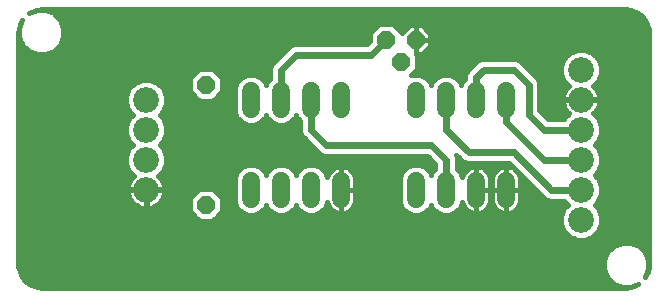
<source format=gbl>
G75*
G70*
%OFA0B0*%
%FSLAX24Y24*%
%IPPOS*%
%LPD*%
%AMOC8*
5,1,8,0,0,1.08239X$1,22.5*
%
%ADD10C,0.0600*%
%ADD11OC8,0.0600*%
%ADD12C,0.0860*%
%ADD13C,0.0240*%
%ADD14C,0.0160*%
D10*
X008931Y003881D02*
X008931Y004481D01*
X009931Y004481D02*
X009931Y003881D01*
X010931Y003881D02*
X010931Y004481D01*
X011931Y004481D02*
X011931Y003881D01*
X014431Y003881D02*
X014431Y004481D01*
X015431Y004481D02*
X015431Y003881D01*
X016431Y003881D02*
X016431Y004481D01*
X017431Y004481D02*
X017431Y003881D01*
X017431Y006881D02*
X017431Y007481D01*
X016431Y007481D02*
X016431Y006881D01*
X015431Y006881D02*
X015431Y007481D01*
X014431Y007481D02*
X014431Y006881D01*
X011931Y006881D02*
X011931Y007481D01*
X010931Y007481D02*
X010931Y006881D01*
X009931Y006881D02*
X009931Y007481D01*
X008931Y007481D02*
X008931Y006881D01*
D11*
X007431Y007681D03*
X013431Y009181D03*
X014431Y009181D03*
X013931Y008431D03*
X007431Y003681D03*
D12*
X005431Y004181D03*
X005431Y005181D03*
X005431Y006181D03*
X005431Y007181D03*
X019931Y007181D03*
X019931Y006181D03*
X019931Y005181D03*
X019931Y004181D03*
X019931Y003181D03*
X019931Y008181D03*
D13*
X018181Y007681D02*
X017681Y008181D01*
X016681Y008181D01*
X016431Y007931D01*
X016431Y007181D01*
X017431Y007181D02*
X017431Y006431D01*
X018681Y005181D01*
X019931Y005181D01*
X019931Y004181D02*
X018931Y004181D01*
X017681Y005431D01*
X016181Y005431D01*
X015431Y006181D01*
X015431Y007181D01*
X018181Y007681D02*
X018181Y006681D01*
X018681Y006181D01*
X019931Y006181D01*
X015431Y005181D02*
X015431Y004181D01*
X015431Y005181D02*
X014931Y005681D01*
X011431Y005681D01*
X010931Y006181D01*
X010931Y007181D01*
X009931Y007181D02*
X009931Y008181D01*
X010431Y008681D01*
X012931Y008681D01*
X013431Y009181D01*
D14*
X001813Y000931D02*
X001586Y001004D01*
X001394Y001144D01*
X001254Y001336D01*
X001181Y001563D01*
X001171Y001681D01*
X001171Y009432D01*
X001181Y009550D01*
X001254Y009776D01*
X001299Y009838D01*
X001191Y009579D01*
X001191Y009284D01*
X001304Y009012D01*
X001512Y008804D01*
X001784Y008691D01*
X002079Y008691D01*
X002351Y008804D01*
X002559Y009012D01*
X002671Y009284D01*
X002671Y009579D01*
X002559Y009851D01*
X002351Y010059D01*
X002079Y010171D01*
X001784Y010171D01*
X001525Y010064D01*
X001586Y010109D01*
X001813Y010182D01*
X001931Y010191D01*
X021384Y010191D01*
X021431Y010191D01*
X021550Y010182D01*
X021776Y010109D01*
X021969Y009969D01*
X022109Y009776D01*
X022182Y009550D01*
X022191Y009431D01*
X022191Y001729D01*
X022191Y001681D01*
X022182Y001563D01*
X022109Y001336D01*
X022064Y001275D01*
X022171Y001534D01*
X022171Y001829D01*
X022059Y002101D01*
X021851Y002309D01*
X021579Y002421D01*
X021284Y002421D01*
X021012Y002309D01*
X020804Y002101D01*
X020691Y001829D01*
X020691Y001534D01*
X020804Y001262D01*
X021012Y001054D01*
X021284Y000941D01*
X021579Y000941D01*
X021838Y001049D01*
X021776Y001004D01*
X021550Y000931D01*
X021431Y000921D01*
X001979Y000921D01*
X001931Y000921D01*
X001813Y000931D01*
X001679Y000974D02*
X021205Y000974D01*
X020934Y001133D02*
X001410Y001133D01*
X001287Y001291D02*
X020792Y001291D01*
X020726Y001450D02*
X001217Y001450D01*
X001177Y001608D02*
X020691Y001608D01*
X020691Y001767D02*
X001171Y001767D01*
X001171Y001925D02*
X020731Y001925D01*
X020797Y002084D02*
X001171Y002084D01*
X001171Y002242D02*
X020946Y002242D01*
X021235Y002401D02*
X001171Y002401D01*
X001171Y002560D02*
X019682Y002560D01*
X019798Y002511D02*
X020065Y002511D01*
X020311Y002613D01*
X020499Y002802D01*
X020601Y003048D01*
X020601Y003315D01*
X020499Y003561D01*
X020379Y003681D01*
X020499Y003802D01*
X020601Y004048D01*
X020601Y004315D01*
X020499Y004561D01*
X020379Y004681D01*
X020499Y004802D01*
X020601Y005048D01*
X020601Y005315D01*
X020499Y005561D01*
X020379Y005681D01*
X020499Y005802D01*
X020601Y006048D01*
X020601Y006315D01*
X020499Y006561D01*
X020336Y006724D01*
X020397Y006784D01*
X020453Y006862D01*
X020497Y006947D01*
X020526Y007039D01*
X020541Y007133D01*
X020541Y007163D01*
X019950Y007163D01*
X019950Y007200D01*
X020541Y007200D01*
X020541Y007229D01*
X020526Y007324D01*
X020497Y007416D01*
X020453Y007501D01*
X020397Y007579D01*
X020336Y007639D01*
X020499Y007802D01*
X020601Y008048D01*
X020601Y008315D01*
X020499Y008561D01*
X020311Y008749D01*
X020065Y008851D01*
X019798Y008851D01*
X019552Y008749D01*
X019363Y008561D01*
X019261Y008315D01*
X019261Y008048D01*
X019363Y007802D01*
X019526Y007639D01*
X019466Y007579D01*
X019410Y007501D01*
X019366Y007416D01*
X019336Y007324D01*
X019321Y007229D01*
X019321Y007200D01*
X019913Y007200D01*
X019913Y007163D01*
X019321Y007163D01*
X019321Y007133D01*
X019336Y007039D01*
X019366Y006947D01*
X019410Y006862D01*
X019466Y006784D01*
X019526Y006724D01*
X019363Y006561D01*
X019355Y006541D01*
X018831Y006541D01*
X018541Y006831D01*
X018541Y007610D01*
X018541Y007753D01*
X018487Y007885D01*
X017987Y008385D01*
X017885Y008487D01*
X017753Y008541D01*
X016753Y008541D01*
X016610Y008541D01*
X016477Y008487D01*
X016227Y008237D01*
X016126Y008135D01*
X016071Y008003D01*
X016071Y007885D01*
X015974Y007787D01*
X015931Y007685D01*
X015889Y007787D01*
X015737Y007939D01*
X015539Y008021D01*
X015324Y008021D01*
X015126Y007939D01*
X014974Y007787D01*
X014931Y007685D01*
X014889Y007787D01*
X014737Y007939D01*
X014539Y008021D01*
X014324Y008021D01*
X014257Y007994D01*
X014471Y008208D01*
X014471Y008655D01*
X014425Y008701D01*
X014431Y008701D01*
X014431Y009181D01*
X014432Y009181D01*
X014432Y009182D01*
X014431Y009182D01*
X014431Y009661D01*
X014233Y009661D01*
X013971Y009400D01*
X013971Y009405D01*
X013655Y009721D01*
X013208Y009721D01*
X012891Y009405D01*
X012891Y009151D01*
X012782Y009041D01*
X010360Y009041D01*
X010227Y008987D01*
X010126Y008885D01*
X009626Y008385D01*
X009571Y008253D01*
X009571Y008110D01*
X009571Y007885D01*
X009474Y007787D01*
X009431Y007685D01*
X009389Y007787D01*
X009237Y007939D01*
X009039Y008021D01*
X008824Y008021D01*
X008626Y007939D01*
X008474Y007787D01*
X008391Y007589D01*
X008391Y006774D01*
X008474Y006576D01*
X008626Y006424D01*
X008824Y006341D01*
X009039Y006341D01*
X009237Y006424D01*
X009389Y006576D01*
X009431Y006678D01*
X009474Y006576D01*
X009626Y006424D01*
X009824Y006341D01*
X010039Y006341D01*
X010237Y006424D01*
X010389Y006576D01*
X010431Y006678D01*
X010474Y006576D01*
X010571Y006478D01*
X010571Y006110D01*
X010626Y005977D01*
X010727Y005876D01*
X011227Y005376D01*
X011360Y005321D01*
X011503Y005321D01*
X014782Y005321D01*
X015071Y005032D01*
X015071Y004885D01*
X014974Y004787D01*
X014931Y004685D01*
X014889Y004787D01*
X014737Y004939D01*
X014539Y005021D01*
X014324Y005021D01*
X014126Y004939D01*
X013974Y004787D01*
X013891Y004589D01*
X013891Y003774D01*
X013974Y003576D01*
X014126Y003424D01*
X014324Y003341D01*
X014539Y003341D01*
X014737Y003424D01*
X014889Y003576D01*
X014931Y003678D01*
X014974Y003576D01*
X015126Y003424D01*
X015324Y003341D01*
X015539Y003341D01*
X015737Y003424D01*
X015889Y003576D01*
X015966Y003761D01*
X015987Y003697D01*
X016021Y003630D01*
X016065Y003569D01*
X016119Y003515D01*
X016180Y003471D01*
X016247Y003437D01*
X016319Y003413D01*
X016394Y003401D01*
X016431Y003401D01*
X016431Y004181D01*
X016432Y004181D01*
X016432Y004182D01*
X016431Y004182D01*
X016431Y004961D01*
X016394Y004961D01*
X016319Y004950D01*
X016247Y004926D01*
X016180Y004892D01*
X016119Y004848D01*
X016065Y004794D01*
X016021Y004733D01*
X015987Y004666D01*
X015966Y004602D01*
X015889Y004787D01*
X015791Y004885D01*
X015791Y005110D01*
X015791Y005253D01*
X015749Y005354D01*
X015977Y005126D01*
X016110Y005071D01*
X016253Y005071D01*
X017532Y005071D01*
X018727Y003876D01*
X018860Y003821D01*
X019003Y003821D01*
X019355Y003821D01*
X019363Y003802D01*
X019484Y003681D01*
X019363Y003561D01*
X019261Y003315D01*
X019261Y003048D01*
X019363Y002802D01*
X019552Y002613D01*
X019798Y002511D01*
X020181Y002560D02*
X022191Y002560D01*
X022191Y002718D02*
X020416Y002718D01*
X020530Y002877D02*
X022191Y002877D01*
X022191Y003035D02*
X020596Y003035D01*
X020601Y003194D02*
X022191Y003194D01*
X022191Y003352D02*
X020586Y003352D01*
X020520Y003511D02*
X022191Y003511D01*
X022191Y003669D02*
X020391Y003669D01*
X020510Y003828D02*
X022191Y003828D01*
X022191Y003986D02*
X020576Y003986D01*
X020601Y004145D02*
X022191Y004145D01*
X022191Y004304D02*
X020601Y004304D01*
X020540Y004462D02*
X022191Y004462D01*
X022191Y004621D02*
X020440Y004621D01*
X020477Y004779D02*
X022191Y004779D01*
X022191Y004938D02*
X020556Y004938D01*
X020601Y005096D02*
X022191Y005096D01*
X022191Y005255D02*
X020601Y005255D01*
X020561Y005413D02*
X022191Y005413D01*
X022191Y005572D02*
X020488Y005572D01*
X020428Y005730D02*
X022191Y005730D01*
X022191Y005889D02*
X020535Y005889D01*
X020601Y006048D02*
X022191Y006048D01*
X022191Y006206D02*
X020601Y006206D01*
X020581Y006365D02*
X022191Y006365D01*
X022191Y006523D02*
X020515Y006523D01*
X020379Y006682D02*
X022191Y006682D01*
X022191Y006840D02*
X020437Y006840D01*
X020513Y006999D02*
X022191Y006999D01*
X022191Y007157D02*
X020541Y007157D01*
X020528Y007316D02*
X022191Y007316D01*
X022191Y007474D02*
X020467Y007474D01*
X020342Y007633D02*
X022191Y007633D01*
X022191Y007791D02*
X020489Y007791D01*
X020561Y007950D02*
X022191Y007950D01*
X022191Y008109D02*
X020601Y008109D01*
X020601Y008267D02*
X022191Y008267D01*
X022191Y008426D02*
X020555Y008426D01*
X020476Y008584D02*
X022191Y008584D01*
X022191Y008743D02*
X020318Y008743D01*
X019545Y008743D02*
X014672Y008743D01*
X014630Y008701D02*
X014911Y008983D01*
X014911Y009181D01*
X014432Y009181D01*
X014432Y008701D01*
X014630Y008701D01*
X014471Y008584D02*
X019387Y008584D01*
X019307Y008426D02*
X017946Y008426D01*
X018105Y008267D02*
X019261Y008267D01*
X019261Y008109D02*
X018263Y008109D01*
X018422Y007950D02*
X019302Y007950D01*
X019374Y007791D02*
X018525Y007791D01*
X018541Y007633D02*
X019520Y007633D01*
X019396Y007474D02*
X018541Y007474D01*
X018541Y007316D02*
X019335Y007316D01*
X019321Y007157D02*
X018541Y007157D01*
X018541Y006999D02*
X019349Y006999D01*
X019425Y006840D02*
X018541Y006840D01*
X018690Y006682D02*
X019484Y006682D01*
X016258Y008267D02*
X014471Y008267D01*
X014471Y008426D02*
X016417Y008426D01*
X016115Y008109D02*
X014372Y008109D01*
X014711Y007950D02*
X015152Y007950D01*
X014978Y007791D02*
X014885Y007791D01*
X015711Y007950D02*
X016071Y007950D01*
X015978Y007791D02*
X015885Y007791D01*
X014431Y008743D02*
X014432Y008743D01*
X014431Y008901D02*
X014432Y008901D01*
X014431Y009060D02*
X014432Y009060D01*
X014432Y009182D02*
X014911Y009182D01*
X014911Y009380D01*
X014630Y009661D01*
X014432Y009661D01*
X014432Y009182D01*
X014431Y009218D02*
X014432Y009218D01*
X014431Y009377D02*
X014432Y009377D01*
X014431Y009535D02*
X014432Y009535D01*
X014756Y009535D02*
X022183Y009535D01*
X022191Y009377D02*
X014911Y009377D01*
X014911Y009218D02*
X022191Y009218D01*
X022191Y009060D02*
X014911Y009060D01*
X014830Y008901D02*
X022191Y008901D01*
X022135Y009694D02*
X013682Y009694D01*
X013841Y009535D02*
X014107Y009535D01*
X013180Y009694D02*
X002624Y009694D01*
X002557Y009853D02*
X022053Y009853D01*
X021911Y010011D02*
X002398Y010011D01*
X002083Y010170D02*
X021588Y010170D01*
X013022Y009535D02*
X002671Y009535D01*
X002671Y009377D02*
X012891Y009377D01*
X012891Y009218D02*
X002644Y009218D01*
X002578Y009060D02*
X012801Y009060D01*
X010142Y008901D02*
X002448Y008901D01*
X002203Y008743D02*
X009984Y008743D01*
X009825Y008584D02*
X001171Y008584D01*
X001171Y008743D02*
X001660Y008743D01*
X001415Y008901D02*
X001171Y008901D01*
X001171Y009060D02*
X001284Y009060D01*
X001219Y009218D02*
X001171Y009218D01*
X001171Y009377D02*
X001191Y009377D01*
X001180Y009535D02*
X001191Y009535D01*
X001227Y009694D02*
X001239Y009694D01*
X001774Y010170D02*
X001780Y010170D01*
X001171Y008426D02*
X009667Y008426D01*
X009577Y008267D02*
X001171Y008267D01*
X001171Y008109D02*
X007095Y008109D01*
X007208Y008221D02*
X006891Y007905D01*
X006891Y007458D01*
X007208Y007141D01*
X007655Y007141D01*
X007971Y007458D01*
X007971Y007905D01*
X007655Y008221D01*
X007208Y008221D01*
X006936Y007950D02*
X001171Y007950D01*
X001171Y007791D02*
X005154Y007791D01*
X005052Y007749D02*
X005298Y007851D01*
X005565Y007851D01*
X005811Y007749D01*
X005999Y007561D01*
X006101Y007315D01*
X006101Y007048D01*
X005999Y006802D01*
X005879Y006681D01*
X005999Y006561D01*
X006101Y006315D01*
X006101Y006048D01*
X005999Y005802D01*
X005879Y005681D01*
X005999Y005561D01*
X006101Y005315D01*
X006101Y005048D01*
X005999Y004802D01*
X005836Y004639D01*
X005897Y004579D01*
X005953Y004501D01*
X005997Y004416D01*
X006026Y004324D01*
X006041Y004229D01*
X006041Y004200D01*
X005450Y004200D01*
X005450Y004163D01*
X006041Y004163D01*
X006041Y004133D01*
X006026Y004039D01*
X005997Y003947D01*
X005953Y003862D01*
X005897Y003784D01*
X005829Y003716D01*
X005751Y003660D01*
X005666Y003616D01*
X005574Y003586D01*
X005479Y003571D01*
X005450Y003571D01*
X005450Y004163D01*
X005413Y004163D01*
X004821Y004163D01*
X004821Y004133D01*
X004836Y004039D01*
X004866Y003947D01*
X004910Y003862D01*
X004966Y003784D01*
X005034Y003716D01*
X005112Y003660D01*
X005197Y003616D01*
X005289Y003586D01*
X005383Y003571D01*
X005413Y003571D01*
X005413Y004163D01*
X005413Y004200D01*
X004821Y004200D01*
X004821Y004229D01*
X004836Y004324D01*
X004866Y004416D01*
X004910Y004501D01*
X004966Y004579D01*
X005026Y004639D01*
X004863Y004802D01*
X004761Y005048D01*
X004761Y005315D01*
X004863Y005561D01*
X004984Y005681D01*
X004863Y005802D01*
X004761Y006048D01*
X004761Y006315D01*
X004863Y006561D01*
X004984Y006681D01*
X004863Y006802D01*
X004761Y007048D01*
X004761Y007315D01*
X004863Y007561D01*
X005052Y007749D01*
X004935Y007633D02*
X001171Y007633D01*
X001171Y007474D02*
X004828Y007474D01*
X004762Y007316D02*
X001171Y007316D01*
X001171Y007157D02*
X004761Y007157D01*
X004782Y006999D02*
X001171Y006999D01*
X001171Y006840D02*
X004848Y006840D01*
X004984Y006682D02*
X001171Y006682D01*
X001171Y006523D02*
X004848Y006523D01*
X004782Y006365D02*
X001171Y006365D01*
X001171Y006206D02*
X004761Y006206D01*
X004762Y006048D02*
X001171Y006048D01*
X001171Y005889D02*
X004827Y005889D01*
X004935Y005730D02*
X001171Y005730D01*
X001171Y005572D02*
X004874Y005572D01*
X004802Y005413D02*
X001171Y005413D01*
X001171Y005255D02*
X004761Y005255D01*
X004761Y005096D02*
X001171Y005096D01*
X001171Y004938D02*
X004807Y004938D01*
X004886Y004779D02*
X001171Y004779D01*
X001171Y004621D02*
X005008Y004621D01*
X004890Y004462D02*
X001171Y004462D01*
X001171Y004304D02*
X004833Y004304D01*
X004821Y004145D02*
X001171Y004145D01*
X001171Y003986D02*
X004853Y003986D01*
X004934Y003828D02*
X001171Y003828D01*
X001171Y003669D02*
X005098Y003669D01*
X005413Y003669D02*
X005450Y003669D01*
X005450Y003828D02*
X005413Y003828D01*
X005413Y003986D02*
X005450Y003986D01*
X005450Y004145D02*
X005413Y004145D01*
X006009Y003986D02*
X006973Y003986D01*
X006891Y003905D02*
X006891Y003458D01*
X007208Y003141D01*
X007655Y003141D01*
X007971Y003458D01*
X007971Y003905D01*
X007655Y004221D01*
X007208Y004221D01*
X006891Y003905D01*
X006891Y003828D02*
X005929Y003828D01*
X005764Y003669D02*
X006891Y003669D01*
X006891Y003511D02*
X001171Y003511D01*
X001171Y003352D02*
X006997Y003352D01*
X007155Y003194D02*
X001171Y003194D01*
X001171Y003035D02*
X019267Y003035D01*
X019261Y003194D02*
X007707Y003194D01*
X007866Y003352D02*
X008798Y003352D01*
X008824Y003341D02*
X009039Y003341D01*
X009237Y003424D01*
X009389Y003576D01*
X009431Y003678D01*
X009474Y003576D01*
X009626Y003424D01*
X009824Y003341D01*
X010039Y003341D01*
X010237Y003424D01*
X010389Y003576D01*
X010431Y003678D01*
X010474Y003576D01*
X010626Y003424D01*
X010824Y003341D01*
X011039Y003341D01*
X011237Y003424D01*
X011389Y003576D01*
X011466Y003761D01*
X011487Y003697D01*
X011521Y003630D01*
X011565Y003569D01*
X011619Y003515D01*
X011680Y003471D01*
X011747Y003437D01*
X011819Y003413D01*
X011894Y003401D01*
X011931Y003401D01*
X011931Y004181D01*
X011932Y004181D01*
X011932Y004182D01*
X012411Y004182D01*
X012411Y004519D01*
X012400Y004594D01*
X012376Y004666D01*
X012342Y004733D01*
X012298Y004794D01*
X012244Y004848D01*
X012183Y004892D01*
X012116Y004926D01*
X012044Y004950D01*
X011969Y004961D01*
X011932Y004961D01*
X011932Y004182D01*
X011931Y004182D01*
X011931Y004961D01*
X011894Y004961D01*
X011819Y004950D01*
X011747Y004926D01*
X011680Y004892D01*
X011619Y004848D01*
X011565Y004794D01*
X011521Y004733D01*
X011487Y004666D01*
X011466Y004602D01*
X011389Y004787D01*
X011237Y004939D01*
X011039Y005021D01*
X010824Y005021D01*
X010626Y004939D01*
X010474Y004787D01*
X010431Y004685D01*
X010389Y004787D01*
X010237Y004939D01*
X010039Y005021D01*
X009824Y005021D01*
X009626Y004939D01*
X009474Y004787D01*
X009431Y004685D01*
X009389Y004787D01*
X009237Y004939D01*
X009039Y005021D01*
X008824Y005021D01*
X008626Y004939D01*
X008474Y004787D01*
X008391Y004589D01*
X008391Y003774D01*
X008474Y003576D01*
X008626Y003424D01*
X008824Y003341D01*
X009065Y003352D02*
X009798Y003352D01*
X010065Y003352D02*
X010798Y003352D01*
X011065Y003352D02*
X014298Y003352D01*
X014038Y003511D02*
X012238Y003511D01*
X012244Y003515D02*
X012298Y003569D01*
X012342Y003630D01*
X012376Y003697D01*
X012400Y003769D01*
X012411Y003844D01*
X012411Y004181D01*
X011932Y004181D01*
X011932Y003401D01*
X011969Y003401D01*
X012044Y003413D01*
X012116Y003437D01*
X012183Y003471D01*
X012244Y003515D01*
X011932Y003511D02*
X011931Y003511D01*
X011625Y003511D02*
X011324Y003511D01*
X011428Y003669D02*
X011501Y003669D01*
X011931Y003669D02*
X011932Y003669D01*
X011931Y003828D02*
X011932Y003828D01*
X011931Y003986D02*
X011932Y003986D01*
X011931Y004145D02*
X011932Y004145D01*
X011931Y004304D02*
X011932Y004304D01*
X011931Y004462D02*
X011932Y004462D01*
X011931Y004621D02*
X011932Y004621D01*
X011931Y004779D02*
X011932Y004779D01*
X011931Y004938D02*
X011932Y004938D01*
X012080Y004938D02*
X014124Y004938D01*
X013970Y004779D02*
X012308Y004779D01*
X012391Y004621D02*
X013905Y004621D01*
X013891Y004462D02*
X012411Y004462D01*
X012411Y004304D02*
X013891Y004304D01*
X013891Y004145D02*
X012411Y004145D01*
X012411Y003986D02*
X013891Y003986D01*
X013891Y003828D02*
X012409Y003828D01*
X012362Y003669D02*
X013935Y003669D01*
X014565Y003352D02*
X015298Y003352D01*
X015565Y003352D02*
X019277Y003352D01*
X019343Y003511D02*
X017738Y003511D01*
X017744Y003515D02*
X017798Y003569D01*
X017842Y003630D01*
X017876Y003697D01*
X017900Y003769D01*
X017911Y003844D01*
X017911Y004181D01*
X017432Y004181D01*
X017432Y004182D01*
X017911Y004182D01*
X017911Y004519D01*
X017900Y004594D01*
X017876Y004666D01*
X017842Y004733D01*
X017798Y004794D01*
X017744Y004848D01*
X017683Y004892D01*
X017616Y004926D01*
X017544Y004950D01*
X017469Y004961D01*
X017432Y004961D01*
X017432Y004182D01*
X017431Y004182D01*
X017431Y004961D01*
X017394Y004961D01*
X017319Y004950D01*
X017247Y004926D01*
X017180Y004892D01*
X017119Y004848D01*
X017065Y004794D01*
X017021Y004733D01*
X016987Y004666D01*
X016963Y004594D01*
X016951Y004519D01*
X016951Y004182D01*
X017431Y004182D01*
X017431Y004181D01*
X017432Y004181D01*
X017432Y003401D01*
X017469Y003401D01*
X017544Y003413D01*
X017616Y003437D01*
X017683Y003471D01*
X017744Y003515D01*
X017432Y003511D02*
X017431Y003511D01*
X017431Y003401D02*
X017431Y004181D01*
X016951Y004181D01*
X016951Y003844D01*
X016963Y003769D01*
X016987Y003697D01*
X017021Y003630D01*
X017065Y003569D01*
X017119Y003515D01*
X017180Y003471D01*
X017247Y003437D01*
X017319Y003413D01*
X017394Y003401D01*
X017431Y003401D01*
X017125Y003511D02*
X016738Y003511D01*
X016744Y003515D02*
X016798Y003569D01*
X016842Y003630D01*
X016876Y003697D01*
X016900Y003769D01*
X016911Y003844D01*
X016911Y004181D01*
X016432Y004181D01*
X016432Y003401D01*
X016469Y003401D01*
X016544Y003413D01*
X016616Y003437D01*
X016683Y003471D01*
X016744Y003515D01*
X016432Y003511D02*
X016431Y003511D01*
X016431Y003669D02*
X016432Y003669D01*
X016431Y003828D02*
X016432Y003828D01*
X016431Y003986D02*
X016432Y003986D01*
X016431Y004145D02*
X016432Y004145D01*
X016432Y004182D02*
X016911Y004182D01*
X016911Y004519D01*
X016900Y004594D01*
X016876Y004666D01*
X016842Y004733D01*
X016798Y004794D01*
X016744Y004848D01*
X016683Y004892D01*
X016616Y004926D01*
X016544Y004950D01*
X016469Y004961D01*
X016432Y004961D01*
X016432Y004182D01*
X016431Y004304D02*
X016432Y004304D01*
X016431Y004462D02*
X016432Y004462D01*
X016431Y004621D02*
X016432Y004621D01*
X016431Y004779D02*
X016432Y004779D01*
X016808Y004779D02*
X017054Y004779D01*
X016972Y004621D02*
X016891Y004621D01*
X016911Y004462D02*
X016951Y004462D01*
X016951Y004304D02*
X016911Y004304D01*
X016911Y004145D02*
X016951Y004145D01*
X016951Y003986D02*
X016911Y003986D01*
X016909Y003828D02*
X016954Y003828D01*
X017001Y003669D02*
X016862Y003669D01*
X017431Y003669D02*
X017432Y003669D01*
X017431Y003828D02*
X017432Y003828D01*
X017431Y003986D02*
X017432Y003986D01*
X017431Y004145D02*
X017432Y004145D01*
X017431Y004304D02*
X017432Y004304D01*
X017431Y004462D02*
X017432Y004462D01*
X017431Y004621D02*
X017432Y004621D01*
X017431Y004779D02*
X017432Y004779D01*
X017431Y004938D02*
X017432Y004938D01*
X017580Y004938D02*
X017666Y004938D01*
X017808Y004779D02*
X017825Y004779D01*
X017891Y004621D02*
X017983Y004621D01*
X017911Y004462D02*
X018142Y004462D01*
X018300Y004304D02*
X017911Y004304D01*
X017911Y004145D02*
X018459Y004145D01*
X018617Y003986D02*
X017911Y003986D01*
X017909Y003828D02*
X018844Y003828D01*
X019472Y003669D02*
X017862Y003669D01*
X019332Y002877D02*
X001171Y002877D01*
X001171Y002718D02*
X019447Y002718D01*
X021628Y002401D02*
X022191Y002401D01*
X022191Y002242D02*
X021917Y002242D01*
X022066Y002084D02*
X022191Y002084D01*
X022191Y001925D02*
X022131Y001925D01*
X022171Y001767D02*
X022191Y001767D01*
X022186Y001608D02*
X022171Y001608D01*
X022145Y001450D02*
X022136Y001450D01*
X022076Y001291D02*
X022071Y001291D01*
X021684Y000974D02*
X021658Y000974D01*
X016125Y003511D02*
X015824Y003511D01*
X015928Y003669D02*
X016001Y003669D01*
X015038Y003511D02*
X014824Y003511D01*
X014928Y003669D02*
X014935Y003669D01*
X015958Y004621D02*
X015972Y004621D01*
X015893Y004779D02*
X016054Y004779D01*
X016283Y004938D02*
X015791Y004938D01*
X015791Y005096D02*
X016050Y005096D01*
X015849Y005255D02*
X015791Y005255D01*
X016431Y004938D02*
X016432Y004938D01*
X016580Y004938D02*
X017283Y004938D01*
X015071Y004938D02*
X014739Y004938D01*
X014893Y004779D02*
X014970Y004779D01*
X015007Y005096D02*
X006101Y005096D01*
X006056Y004938D02*
X008624Y004938D01*
X008470Y004779D02*
X005977Y004779D01*
X005855Y004621D02*
X008405Y004621D01*
X008391Y004462D02*
X005973Y004462D01*
X006030Y004304D02*
X008391Y004304D01*
X008391Y004145D02*
X007731Y004145D01*
X007890Y003986D02*
X008391Y003986D01*
X008391Y003828D02*
X007971Y003828D01*
X007971Y003669D02*
X008435Y003669D01*
X008538Y003511D02*
X007971Y003511D01*
X007131Y004145D02*
X006041Y004145D01*
X006101Y005255D02*
X014849Y005255D01*
X011783Y004938D02*
X011239Y004938D01*
X011393Y004779D02*
X011554Y004779D01*
X011472Y004621D02*
X011458Y004621D01*
X010624Y004938D02*
X010239Y004938D01*
X010393Y004779D02*
X010470Y004779D01*
X009624Y004938D02*
X009239Y004938D01*
X009393Y004779D02*
X009470Y004779D01*
X011032Y005572D02*
X005988Y005572D01*
X005928Y005730D02*
X010873Y005730D01*
X010715Y005889D02*
X006035Y005889D01*
X006101Y006048D02*
X010597Y006048D01*
X010571Y006206D02*
X006101Y006206D01*
X006081Y006365D02*
X008768Y006365D01*
X008526Y006523D02*
X006015Y006523D01*
X005879Y006682D02*
X008430Y006682D01*
X008391Y006840D02*
X006015Y006840D01*
X006081Y006999D02*
X008391Y006999D01*
X008391Y007157D02*
X007671Y007157D01*
X007829Y007316D02*
X008391Y007316D01*
X008391Y007474D02*
X007971Y007474D01*
X007971Y007633D02*
X008410Y007633D01*
X008478Y007791D02*
X007971Y007791D01*
X007926Y007950D02*
X008652Y007950D01*
X009211Y007950D02*
X009571Y007950D01*
X009571Y008109D02*
X007768Y008109D01*
X006891Y007791D02*
X005709Y007791D01*
X005927Y007633D02*
X006891Y007633D01*
X006891Y007474D02*
X006035Y007474D01*
X006101Y007316D02*
X007033Y007316D01*
X007192Y007157D02*
X006101Y007157D01*
X009095Y006365D02*
X009768Y006365D01*
X009526Y006523D02*
X009337Y006523D01*
X010095Y006365D02*
X010571Y006365D01*
X010526Y006523D02*
X010337Y006523D01*
X011190Y005413D02*
X006061Y005413D01*
X009428Y003669D02*
X009435Y003669D01*
X009538Y003511D02*
X009324Y003511D01*
X010324Y003511D02*
X010538Y003511D01*
X010435Y003669D02*
X010428Y003669D01*
X009478Y007791D02*
X009385Y007791D01*
M02*

</source>
